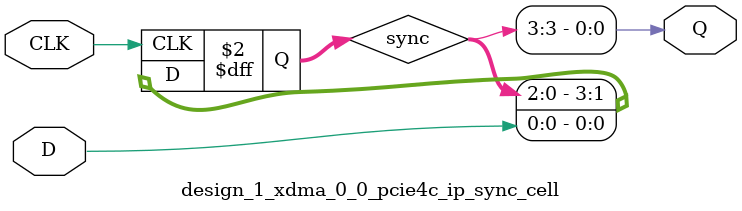
<source format=v>

`timescale 1ps / 1ps

(* DowngradeIPIdentifiedWarnings = "yes" *)
module design_1_xdma_0_0_pcie4c_ip_sync_cell #
(
    parameter integer STAGE = 3
)
(
    //-------------------------------------------------------------------------- 
    //  Input Ports
    //-------------------------------------------------------------------------- 
    input                               CLK,
    input                               D,
    
    //-------------------------------------------------------------------------- 
    //  Output Ports
    //-------------------------------------------------------------------------- 
    output                              Q
);
    //-------------------------------------------------------------------------- 
    //  Synchronized Signals
    //--------------------------------------------------------------------------  
    (* ASYNC_REG = "TRUE", SHIFT_EXTRACT = "NO" *) reg [STAGE:0] sync;                                                            



//--------------------------------------------------------------------------------------------------
//  Synchronizier
//--------------------------------------------------------------------------------------------------
always @ (posedge CLK)
begin

    sync <= {sync[(STAGE-1):0], D};
            
end   



//--------------------------------------------------------------------------------------------------
//  Generate Output
//--------------------------------------------------------------------------------------------------
assign Q = sync[STAGE];



endmodule

</source>
